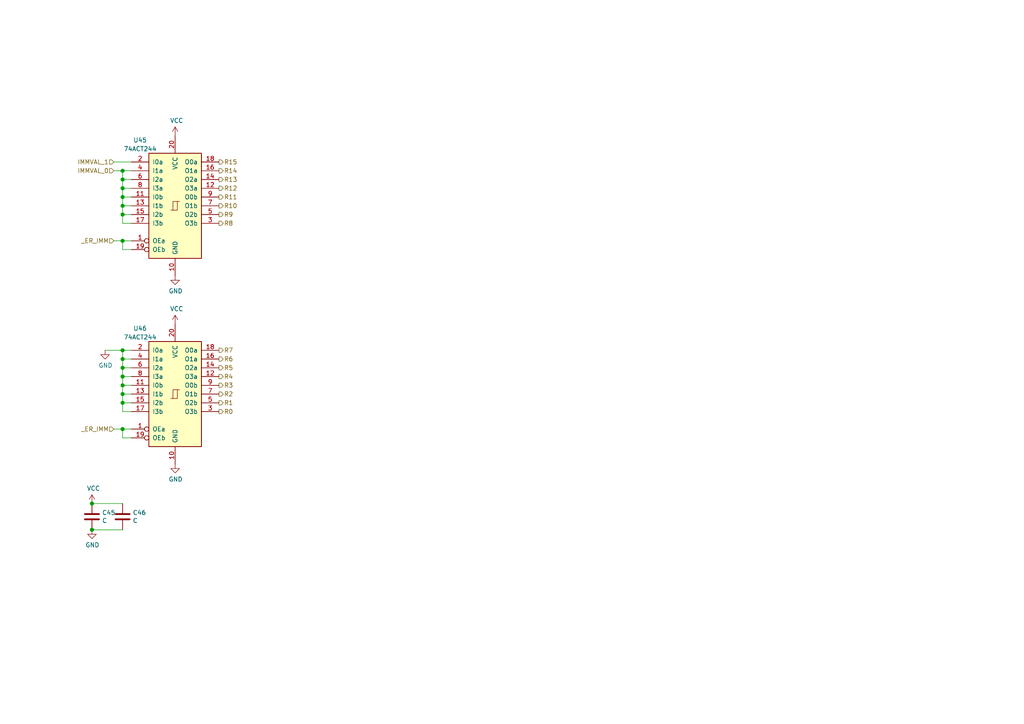
<source format=kicad_sch>
(kicad_sch (version 20200828) (generator eeschema)
  (page 2 7)
  (paper "A4")
  (lib_symbols
    (symbol "74xx:74LS244" (pin_names (offset 1.016))
      (property "Reference" "U" (at -7.62 16.51 0))
      (property "Value" "74LS244" (at -7.62 -16.51 0))
      (symbol "74LS244_1_1"
        (rectangle (start -7.62 15.24) (end 7.62 -15.24) (stroke (width 0.254)) (fill (type background)))
      )
      (symbol "74LS244_1_0"
        (polyline (pts (xy -0.635 -1.27) (xy -0.635 1.27) (xy 0.635 1.27)))
        (polyline (pts (xy -1.27 -1.27) (xy 0.635 -1.27) (xy 0.635 1.27) (xy 1.27 1.27)))
        (pin input inverted (at -12.7 -10.16 0) (length 5.08) (name "OEa") (number "1"))
        (pin power_in line (at 0 -20.32 90) (length 5.08) (name "GND") (number "10"))
        (pin input line (at -12.7 2.54 0) (length 5.08) (name "I0b") (number "11"))
        (pin tri_state line (at 12.7 5.08 180) (length 5.08) (name "O3a") (number "12"))
        (pin input line (at -12.7 0 0) (length 5.08) (name "I1b") (number "13"))
        (pin tri_state line (at 12.7 7.62 180) (length 5.08) (name "O2a") (number "14"))
        (pin input line (at -12.7 -2.54 0) (length 5.08) (name "I2b") (number "15"))
        (pin tri_state line (at 12.7 10.16 180) (length 5.08) (name "O1a") (number "16"))
        (pin input line (at -12.7 -5.08 0) (length 5.08) (name "I3b") (number "17"))
        (pin tri_state line (at 12.7 12.7 180) (length 5.08) (name "O0a") (number "18"))
        (pin input inverted (at -12.7 -12.7 0) (length 5.08) (name "OEb") (number "19"))
        (pin input line (at -12.7 12.7 0) (length 5.08) (name "I0a") (number "2"))
        (pin power_in line (at 0 20.32 270) (length 5.08) (name "VCC") (number "20"))
        (pin tri_state line (at 12.7 -5.08 180) (length 5.08) (name "O3b") (number "3"))
        (pin input line (at -12.7 10.16 0) (length 5.08) (name "I1a") (number "4"))
        (pin tri_state line (at 12.7 -2.54 180) (length 5.08) (name "O2b") (number "5"))
        (pin input line (at -12.7 7.62 0) (length 5.08) (name "I2a") (number "6"))
        (pin tri_state line (at 12.7 0 180) (length 5.08) (name "O1b") (number "7"))
        (pin input line (at -12.7 5.08 0) (length 5.08) (name "I3a") (number "8"))
        (pin tri_state line (at 12.7 2.54 180) (length 5.08) (name "O0b") (number "9"))
      )
    )
    (symbol "Device:C" (pin_numbers hide) (pin_names (offset 0.254))
      (property "Reference" "C" (at 0.635 2.54 0))
      (property "Value" "C" (at 0.635 -2.54 0))
      (symbol "C_0_1"
        (polyline (pts (xy -2.032 -0.762) (xy 2.032 -0.762)) (stroke (width 0.508)))
        (polyline (pts (xy -2.032 0.762) (xy 2.032 0.762)) (stroke (width 0.508)))
      )
      (symbol "C_1_1"
        (pin passive line (at 0 3.81 270) (length 2.794) (name "~") (number "1"))
        (pin passive line (at 0 -3.81 90) (length 2.794) (name "~") (number "2"))
      )
    )
    (symbol "power:GND" (power) (pin_names (offset 0))
      (property "Value" "GND" (at 0 -3.81 0))
      (symbol "GND_0_1"
        (polyline (pts (xy 0 0) (xy 0 -1.27) (xy 1.27 -1.27) (xy 0 -2.54) (xy -1.27 -1.27) (xy 0 -1.27)))
      )
      (symbol "GND_1_1"
        (pin power_in line (at 0 0 270) (length 0) hide (name "GND") (number "1"))
      )
    )
    (symbol "power:VCC" (power) (pin_names (offset 0))
      (property "Value" "VCC" (at 0 3.81 0))
      (symbol "VCC_0_1"
        (polyline (pts (xy -0.762 1.27) (xy 0 2.54)))
        (polyline (pts (xy 0 0) (xy 0 2.54)))
        (polyline (pts (xy 0 2.54) (xy 0.762 1.27)))
      )
      (symbol "VCC_1_1"
        (pin power_in line (at 0 0 90) (length 0) hide (name "VCC") (number "1"))
      )
    )
  )
  (junction (at 26.67 146.05) (diameter 1.016))
  (junction (at 26.67 153.67) (diameter 1.016))
  (junction (at 35.56 49.53) (diameter 1.016))
  (junction (at 35.56 52.07) (diameter 1.016))
  (junction (at 35.56 54.61) (diameter 1.016))
  (junction (at 35.56 57.15) (diameter 1.016))
  (junction (at 35.56 59.69) (diameter 1.016))
  (junction (at 35.56 62.23) (diameter 1.016))
  (junction (at 35.56 69.85) (diameter 1.016))
  (junction (at 35.56 101.6) (diameter 1.016))
  (junction (at 35.56 104.14) (diameter 1.016))
  (junction (at 35.56 106.68) (diameter 1.016))
  (junction (at 35.56 109.22) (diameter 1.016))
  (junction (at 35.56 111.76) (diameter 1.016))
  (junction (at 35.56 114.3) (diameter 1.016))
  (junction (at 35.56 116.84) (diameter 1.016))
  (junction (at 35.56 124.46) (diameter 1.016))
  (wire (pts (xy 26.67 146.05) (xy 35.56 146.05)))
  (wire (pts (xy 26.67 153.67) (xy 35.56 153.67)))
  (wire (pts (xy 33.02 46.99) (xy 38.1 46.99)))
  (wire (pts (xy 33.02 49.53) (xy 35.56 49.53)))
  (wire (pts (xy 33.02 69.85) (xy 35.56 69.85)))
  (wire (pts (xy 33.02 124.46) (xy 35.56 124.46)))
  (wire (pts (xy 35.56 49.53) (xy 35.56 52.07)))
  (wire (pts (xy 35.56 49.53) (xy 38.1 49.53)))
  (wire (pts (xy 35.56 52.07) (xy 35.56 54.61)))
  (wire (pts (xy 35.56 54.61) (xy 35.56 57.15)))
  (wire (pts (xy 35.56 57.15) (xy 35.56 59.69)))
  (wire (pts (xy 35.56 59.69) (xy 35.56 62.23)))
  (wire (pts (xy 35.56 62.23) (xy 35.56 64.77)))
  (wire (pts (xy 35.56 64.77) (xy 38.1 64.77)))
  (wire (pts (xy 35.56 69.85) (xy 35.56 72.39)))
  (wire (pts (xy 35.56 69.85) (xy 38.1 69.85)))
  (wire (pts (xy 35.56 72.39) (xy 38.1 72.39)))
  (wire (pts (xy 35.56 101.6) (xy 30.48 101.6)))
  (wire (pts (xy 35.56 101.6) (xy 35.56 104.14)))
  (wire (pts (xy 35.56 104.14) (xy 35.56 106.68)))
  (wire (pts (xy 35.56 106.68) (xy 35.56 109.22)))
  (wire (pts (xy 35.56 109.22) (xy 35.56 111.76)))
  (wire (pts (xy 35.56 111.76) (xy 35.56 114.3)))
  (wire (pts (xy 35.56 114.3) (xy 35.56 116.84)))
  (wire (pts (xy 35.56 116.84) (xy 35.56 119.38)))
  (wire (pts (xy 35.56 119.38) (xy 38.1 119.38)))
  (wire (pts (xy 35.56 124.46) (xy 35.56 127)))
  (wire (pts (xy 35.56 124.46) (xy 38.1 124.46)))
  (wire (pts (xy 35.56 127) (xy 38.1 127)))
  (wire (pts (xy 38.1 52.07) (xy 35.56 52.07)))
  (wire (pts (xy 38.1 54.61) (xy 35.56 54.61)))
  (wire (pts (xy 38.1 57.15) (xy 35.56 57.15)))
  (wire (pts (xy 38.1 59.69) (xy 35.56 59.69)))
  (wire (pts (xy 38.1 62.23) (xy 35.56 62.23)))
  (wire (pts (xy 38.1 101.6) (xy 35.56 101.6)))
  (wire (pts (xy 38.1 104.14) (xy 35.56 104.14)))
  (wire (pts (xy 38.1 106.68) (xy 35.56 106.68)))
  (wire (pts (xy 38.1 109.22) (xy 35.56 109.22)))
  (wire (pts (xy 38.1 111.76) (xy 35.56 111.76)))
  (wire (pts (xy 38.1 114.3) (xy 35.56 114.3)))
  (wire (pts (xy 38.1 116.84) (xy 35.56 116.84)))
  (hierarchical_label "IMMVAL_1" (shape input) (at 33.02 46.99 180))
  (hierarchical_label "IMMVAL_0" (shape input) (at 33.02 49.53 180))
  (hierarchical_label "_ER_IMM" (shape input) (at 33.02 69.85 180))
  (hierarchical_label "_ER_IMM" (shape input) (at 33.02 124.46 180))
  (hierarchical_label "R15" (shape output) (at 63.5 46.99 0))
  (hierarchical_label "R14" (shape output) (at 63.5 49.53 0))
  (hierarchical_label "R13" (shape output) (at 63.5 52.07 0))
  (hierarchical_label "R12" (shape output) (at 63.5 54.61 0))
  (hierarchical_label "R11" (shape output) (at 63.5 57.15 0))
  (hierarchical_label "R10" (shape output) (at 63.5 59.69 0))
  (hierarchical_label "R9" (shape output) (at 63.5 62.23 0))
  (hierarchical_label "R8" (shape output) (at 63.5 64.77 0))
  (hierarchical_label "R7" (shape output) (at 63.5 101.6 0))
  (hierarchical_label "R6" (shape output) (at 63.5 104.14 0))
  (hierarchical_label "R5" (shape output) (at 63.5 106.68 0))
  (hierarchical_label "R4" (shape output) (at 63.5 109.22 0))
  (hierarchical_label "R3" (shape output) (at 63.5 111.76 0))
  (hierarchical_label "R2" (shape output) (at 63.5 114.3 0))
  (hierarchical_label "R1" (shape output) (at 63.5 116.84 0))
  (hierarchical_label "R0" (shape output) (at 63.5 119.38 0))
  (symbol (lib_id "power:VCC") (at 26.67 146.05 0) (unit 1)
    (property "Reference" "#PWR0186" (effects hide))
    (property "Value" "VCC" (at 27.1018 141.6558 0))
  )
  (symbol (lib_id "power:VCC") (at 50.8 39.37 0) (unit 1)
    (property "Reference" "#PWR0182" (effects hide))
    (property "Value" "VCC" (at 51.2318 34.9758 0))
  )
  (symbol (lib_id "power:VCC") (at 50.8 93.98 0) (unit 1)
    (property "Reference" "#PWR0184" (effects hide))
    (property "Value" "VCC" (at 51.2318 89.5858 0))
  )
  (symbol (lib_id "power:GND") (at 26.67 153.67 0) (unit 1)
    (property "Reference" "#PWR0187" (effects hide))
    (property "Value" "GND" (at 26.797 158.0642 0))
  )
  (symbol (lib_id "power:GND") (at 30.48 101.6 0) (unit 1)
    (property "Reference" "#PWR0188" (effects hide))
    (property "Value" "GND" (at 30.607 105.9942 0))
  )
  (symbol (lib_id "power:GND") (at 50.8 80.01 0) (unit 1)
    (property "Reference" "#PWR0183" (effects hide))
    (property "Value" "GND" (at 50.927 84.4042 0))
  )
  (symbol (lib_id "power:GND") (at 50.8 134.62 0) (unit 1)
    (property "Reference" "#PWR0185" (effects hide))
    (property "Value" "GND" (at 50.927 139.0142 0))
  )
  (symbol (lib_id "Device:C") (at 26.67 149.86 0) (unit 1)
    (property "Reference" "C45" (at 29.591 148.6916 0) (effects (justify left)))
    (property "Value" "C" (at 29.591 151.003 0) (effects (justify left)))
    (property "Footprint" "Capacitor_SMD:C_1206_3216Metric" (effects hide))
  )
  (symbol (lib_id "Device:C") (at 35.56 149.86 0) (unit 1)
    (property "Reference" "C46" (at 38.481 148.6916 0) (effects (justify left)))
    (property "Value" "C" (at 38.481 151.003 0) (effects (justify left)))
    (property "Footprint" "Capacitor_SMD:C_1206_3216Metric" (effects hide))
  )
  (symbol (lib_id "74xx:74LS244") (at 50.8 59.69 0) (unit 1)
    (property "Reference" "U45" (at 40.64 40.64 0))
    (property "Value" "74ACT244" (at 40.64 43.18 0))
    (property "Footprint" "Package_SO:SOIC-20W_7.5x12.8mm_P1.27mm" (effects hide))
    (property "Datasheet" "http://www.ti.com/lit/gpn/sn74LS244" (effects hide))
  )
  (symbol (lib_id "74xx:74LS244") (at 50.8 114.3 0) (unit 1)
    (property "Reference" "U46" (at 40.64 95.25 0))
    (property "Value" "74ACT244" (at 40.64 97.79 0))
    (property "Footprint" "Package_SO:SOIC-20W_7.5x12.8mm_P1.27mm" (effects hide))
    (property "Datasheet" "http://www.ti.com/lit/gpn/sn74LS244" (effects hide))
  )
)
</source>
